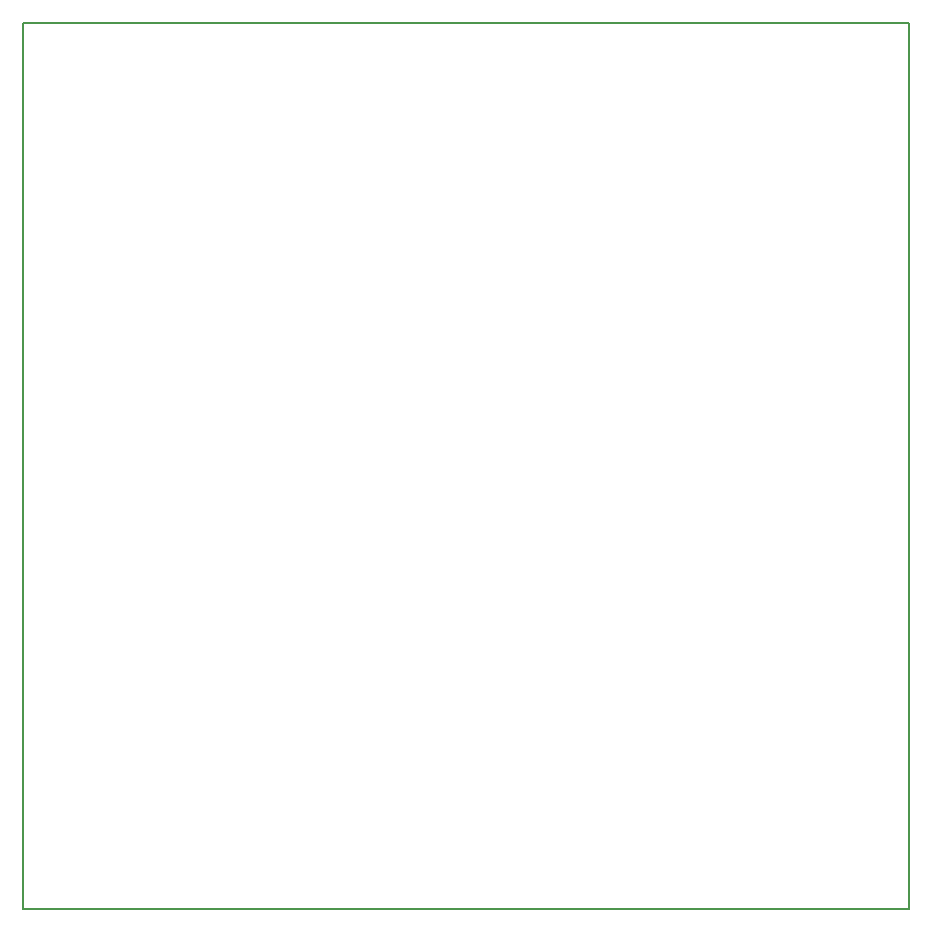
<source format=gbr>
G04 PROTEUS GERBER X2 FILE*
%TF.GenerationSoftware,Labcenter,Proteus,8.10-SP3-Build29560*%
%TF.CreationDate,2022-04-01T22:25:54+00:00*%
%TF.FileFunction,NonPlated,0,1,NPTH*%
%TF.FilePolarity,Positive*%
%TF.Part,Single*%
%TF.SameCoordinates,{d6a88fbf-1cde-4ff9-8d92-a6d7fee4950a}*%
%FSLAX45Y45*%
%MOMM*%
G01*
%TA.AperFunction,Profile*%
%ADD19C,0.203200*%
%TD.AperFunction*%
D19*
X-12750000Y+3500000D02*
X-5250000Y+3500000D01*
X-5250000Y+11000000D01*
X-12750000Y+11000000D01*
X-12750000Y+3500000D01*
M02*

</source>
